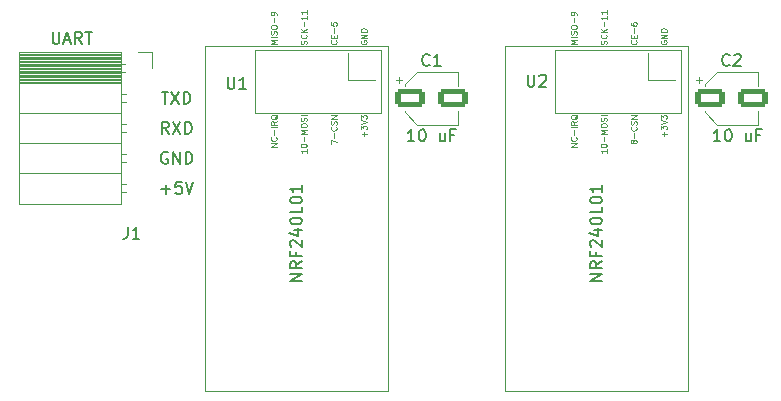
<source format=gbr>
%TF.GenerationSoftware,KiCad,Pcbnew,6.0.8-f2edbf62ab~116~ubuntu20.04.1*%
%TF.CreationDate,2022-11-10T01:37:22-08:00*%
%TF.ProjectId,parthiv_pcb,70617274-6869-4765-9f70-63622e6b6963,rev?*%
%TF.SameCoordinates,Original*%
%TF.FileFunction,Legend,Top*%
%TF.FilePolarity,Positive*%
%FSLAX46Y46*%
G04 Gerber Fmt 4.6, Leading zero omitted, Abs format (unit mm)*
G04 Created by KiCad (PCBNEW 6.0.8-f2edbf62ab~116~ubuntu20.04.1) date 2022-11-10 01:37:22*
%MOMM*%
%LPD*%
G01*
G04 APERTURE LIST*
G04 Aperture macros list*
%AMRoundRect*
0 Rectangle with rounded corners*
0 $1 Rounding radius*
0 $2 $3 $4 $5 $6 $7 $8 $9 X,Y pos of 4 corners*
0 Add a 4 corners polygon primitive as box body*
4,1,4,$2,$3,$4,$5,$6,$7,$8,$9,$2,$3,0*
0 Add four circle primitives for the rounded corners*
1,1,$1+$1,$2,$3*
1,1,$1+$1,$4,$5*
1,1,$1+$1,$6,$7*
1,1,$1+$1,$8,$9*
0 Add four rect primitives between the rounded corners*
20,1,$1+$1,$2,$3,$4,$5,0*
20,1,$1+$1,$4,$5,$6,$7,0*
20,1,$1+$1,$6,$7,$8,$9,0*
20,1,$1+$1,$8,$9,$2,$3,0*%
G04 Aperture macros list end*
%ADD10C,0.150000*%
%ADD11C,0.080000*%
%ADD12C,0.120000*%
%ADD13R,1.700000X1.700000*%
%ADD14C,1.700000*%
%ADD15RoundRect,0.250000X-1.050000X-0.550000X1.050000X-0.550000X1.050000X0.550000X-1.050000X0.550000X0*%
%ADD16O,1.700000X1.700000*%
G04 APERTURE END LIST*
D10*
X140152380Y-94170000D02*
X139152380Y-94170000D01*
X140152380Y-93598571D01*
X139152380Y-93598571D01*
X140152380Y-92550952D02*
X139676190Y-92884285D01*
X140152380Y-93122380D02*
X139152380Y-93122380D01*
X139152380Y-92741428D01*
X139200000Y-92646190D01*
X139247619Y-92598571D01*
X139342857Y-92550952D01*
X139485714Y-92550952D01*
X139580952Y-92598571D01*
X139628571Y-92646190D01*
X139676190Y-92741428D01*
X139676190Y-93122380D01*
X139628571Y-91789047D02*
X139628571Y-92122380D01*
X140152380Y-92122380D02*
X139152380Y-92122380D01*
X139152380Y-91646190D01*
X139247619Y-91312857D02*
X139200000Y-91265238D01*
X139152380Y-91170000D01*
X139152380Y-90931904D01*
X139200000Y-90836666D01*
X139247619Y-90789047D01*
X139342857Y-90741428D01*
X139438095Y-90741428D01*
X139580952Y-90789047D01*
X140152380Y-91360476D01*
X140152380Y-90741428D01*
X139485714Y-89884285D02*
X140152380Y-89884285D01*
X139104761Y-90122380D02*
X139819047Y-90360476D01*
X139819047Y-89741428D01*
X139152380Y-89170000D02*
X139152380Y-89074761D01*
X139200000Y-88979523D01*
X139247619Y-88931904D01*
X139342857Y-88884285D01*
X139533333Y-88836666D01*
X139771428Y-88836666D01*
X139961904Y-88884285D01*
X140057142Y-88931904D01*
X140104761Y-88979523D01*
X140152380Y-89074761D01*
X140152380Y-89170000D01*
X140104761Y-89265238D01*
X140057142Y-89312857D01*
X139961904Y-89360476D01*
X139771428Y-89408095D01*
X139533333Y-89408095D01*
X139342857Y-89360476D01*
X139247619Y-89312857D01*
X139200000Y-89265238D01*
X139152380Y-89170000D01*
X140152380Y-87931904D02*
X140152380Y-88408095D01*
X139152380Y-88408095D01*
X139152380Y-87408095D02*
X139152380Y-87312857D01*
X139200000Y-87217619D01*
X139247619Y-87170000D01*
X139342857Y-87122380D01*
X139533333Y-87074761D01*
X139771428Y-87074761D01*
X139961904Y-87122380D01*
X140057142Y-87170000D01*
X140104761Y-87217619D01*
X140152380Y-87312857D01*
X140152380Y-87408095D01*
X140104761Y-87503333D01*
X140057142Y-87550952D01*
X139961904Y-87598571D01*
X139771428Y-87646190D01*
X139533333Y-87646190D01*
X139342857Y-87598571D01*
X139247619Y-87550952D01*
X139200000Y-87503333D01*
X139152380Y-87408095D01*
X140152380Y-86122380D02*
X140152380Y-86693809D01*
X140152380Y-86408095D02*
X139152380Y-86408095D01*
X139295238Y-86503333D01*
X139390476Y-86598571D01*
X139438095Y-86693809D01*
X114752380Y-94170000D02*
X113752380Y-94170000D01*
X114752380Y-93598571D01*
X113752380Y-93598571D01*
X114752380Y-92550952D02*
X114276190Y-92884285D01*
X114752380Y-93122380D02*
X113752380Y-93122380D01*
X113752380Y-92741428D01*
X113800000Y-92646190D01*
X113847619Y-92598571D01*
X113942857Y-92550952D01*
X114085714Y-92550952D01*
X114180952Y-92598571D01*
X114228571Y-92646190D01*
X114276190Y-92741428D01*
X114276190Y-93122380D01*
X114228571Y-91789047D02*
X114228571Y-92122380D01*
X114752380Y-92122380D02*
X113752380Y-92122380D01*
X113752380Y-91646190D01*
X113847619Y-91312857D02*
X113800000Y-91265238D01*
X113752380Y-91170000D01*
X113752380Y-90931904D01*
X113800000Y-90836666D01*
X113847619Y-90789047D01*
X113942857Y-90741428D01*
X114038095Y-90741428D01*
X114180952Y-90789047D01*
X114752380Y-91360476D01*
X114752380Y-90741428D01*
X114085714Y-89884285D02*
X114752380Y-89884285D01*
X113704761Y-90122380D02*
X114419047Y-90360476D01*
X114419047Y-89741428D01*
X113752380Y-89170000D02*
X113752380Y-89074761D01*
X113800000Y-88979523D01*
X113847619Y-88931904D01*
X113942857Y-88884285D01*
X114133333Y-88836666D01*
X114371428Y-88836666D01*
X114561904Y-88884285D01*
X114657142Y-88931904D01*
X114704761Y-88979523D01*
X114752380Y-89074761D01*
X114752380Y-89170000D01*
X114704761Y-89265238D01*
X114657142Y-89312857D01*
X114561904Y-89360476D01*
X114371428Y-89408095D01*
X114133333Y-89408095D01*
X113942857Y-89360476D01*
X113847619Y-89312857D01*
X113800000Y-89265238D01*
X113752380Y-89170000D01*
X114752380Y-87931904D02*
X114752380Y-88408095D01*
X113752380Y-88408095D01*
X113752380Y-87408095D02*
X113752380Y-87312857D01*
X113800000Y-87217619D01*
X113847619Y-87170000D01*
X113942857Y-87122380D01*
X114133333Y-87074761D01*
X114371428Y-87074761D01*
X114561904Y-87122380D01*
X114657142Y-87170000D01*
X114704761Y-87217619D01*
X114752380Y-87312857D01*
X114752380Y-87408095D01*
X114704761Y-87503333D01*
X114657142Y-87550952D01*
X114561904Y-87598571D01*
X114371428Y-87646190D01*
X114133333Y-87646190D01*
X113942857Y-87598571D01*
X113847619Y-87550952D01*
X113800000Y-87503333D01*
X113752380Y-87408095D01*
X114752380Y-86122380D02*
X114752380Y-86693809D01*
X114752380Y-86408095D02*
X113752380Y-86408095D01*
X113895238Y-86503333D01*
X113990476Y-86598571D01*
X114038095Y-86693809D01*
X93654761Y-73112380D02*
X93654761Y-73921904D01*
X93702380Y-74017142D01*
X93750000Y-74064761D01*
X93845238Y-74112380D01*
X94035714Y-74112380D01*
X94130952Y-74064761D01*
X94178571Y-74017142D01*
X94226190Y-73921904D01*
X94226190Y-73112380D01*
X94654761Y-73826666D02*
X95130952Y-73826666D01*
X94559523Y-74112380D02*
X94892857Y-73112380D01*
X95226190Y-74112380D01*
X96130952Y-74112380D02*
X95797619Y-73636190D01*
X95559523Y-74112380D02*
X95559523Y-73112380D01*
X95940476Y-73112380D01*
X96035714Y-73160000D01*
X96083333Y-73207619D01*
X96130952Y-73302857D01*
X96130952Y-73445714D01*
X96083333Y-73540952D01*
X96035714Y-73588571D01*
X95940476Y-73636190D01*
X95559523Y-73636190D01*
X96416666Y-73112380D02*
X96988095Y-73112380D01*
X96702380Y-74112380D02*
X96702380Y-73112380D01*
X150185619Y-82367380D02*
X149614190Y-82367380D01*
X149899904Y-82367380D02*
X149899904Y-81367380D01*
X149804666Y-81510238D01*
X149709428Y-81605476D01*
X149614190Y-81653095D01*
X150804666Y-81367380D02*
X150899904Y-81367380D01*
X150995142Y-81415000D01*
X151042761Y-81462619D01*
X151090380Y-81557857D01*
X151138000Y-81748333D01*
X151138000Y-81986428D01*
X151090380Y-82176904D01*
X151042761Y-82272142D01*
X150995142Y-82319761D01*
X150899904Y-82367380D01*
X150804666Y-82367380D01*
X150709428Y-82319761D01*
X150661809Y-82272142D01*
X150614190Y-82176904D01*
X150566571Y-81986428D01*
X150566571Y-81748333D01*
X150614190Y-81557857D01*
X150661809Y-81462619D01*
X150709428Y-81415000D01*
X150804666Y-81367380D01*
X152757047Y-81700714D02*
X152757047Y-82367380D01*
X152328476Y-81700714D02*
X152328476Y-82224523D01*
X152376095Y-82319761D01*
X152471333Y-82367380D01*
X152614190Y-82367380D01*
X152709428Y-82319761D01*
X152757047Y-82272142D01*
X153566571Y-81843571D02*
X153233238Y-81843571D01*
X153233238Y-82367380D02*
X153233238Y-81367380D01*
X153709428Y-81367380D01*
X124277619Y-82367380D02*
X123706190Y-82367380D01*
X123991904Y-82367380D02*
X123991904Y-81367380D01*
X123896666Y-81510238D01*
X123801428Y-81605476D01*
X123706190Y-81653095D01*
X124896666Y-81367380D02*
X124991904Y-81367380D01*
X125087142Y-81415000D01*
X125134761Y-81462619D01*
X125182380Y-81557857D01*
X125230000Y-81748333D01*
X125230000Y-81986428D01*
X125182380Y-82176904D01*
X125134761Y-82272142D01*
X125087142Y-82319761D01*
X124991904Y-82367380D01*
X124896666Y-82367380D01*
X124801428Y-82319761D01*
X124753809Y-82272142D01*
X124706190Y-82176904D01*
X124658571Y-81986428D01*
X124658571Y-81748333D01*
X124706190Y-81557857D01*
X124753809Y-81462619D01*
X124801428Y-81415000D01*
X124896666Y-81367380D01*
X126849047Y-81700714D02*
X126849047Y-82367380D01*
X126420476Y-81700714D02*
X126420476Y-82224523D01*
X126468095Y-82319761D01*
X126563333Y-82367380D01*
X126706190Y-82367380D01*
X126801428Y-82319761D01*
X126849047Y-82272142D01*
X127658571Y-81843571D02*
X127325238Y-81843571D01*
X127325238Y-82367380D02*
X127325238Y-81367380D01*
X127801428Y-81367380D01*
D11*
X140561190Y-83062000D02*
X140561190Y-83347714D01*
X140561190Y-83204857D02*
X140061190Y-83204857D01*
X140132619Y-83252476D01*
X140180238Y-83300095D01*
X140204047Y-83347714D01*
X140061190Y-82752476D02*
X140061190Y-82704857D01*
X140085000Y-82657238D01*
X140108809Y-82633428D01*
X140156428Y-82609619D01*
X140251666Y-82585809D01*
X140370714Y-82585809D01*
X140465952Y-82609619D01*
X140513571Y-82633428D01*
X140537380Y-82657238D01*
X140561190Y-82704857D01*
X140561190Y-82752476D01*
X140537380Y-82800095D01*
X140513571Y-82823904D01*
X140465952Y-82847714D01*
X140370714Y-82871523D01*
X140251666Y-82871523D01*
X140156428Y-82847714D01*
X140108809Y-82823904D01*
X140085000Y-82800095D01*
X140061190Y-82752476D01*
X140370714Y-82371523D02*
X140370714Y-81990571D01*
X140561190Y-81752476D02*
X140061190Y-81752476D01*
X140418333Y-81585809D01*
X140061190Y-81419142D01*
X140561190Y-81419142D01*
X140061190Y-81085809D02*
X140061190Y-80990571D01*
X140085000Y-80942952D01*
X140132619Y-80895333D01*
X140227857Y-80871523D01*
X140394523Y-80871523D01*
X140489761Y-80895333D01*
X140537380Y-80942952D01*
X140561190Y-80990571D01*
X140561190Y-81085809D01*
X140537380Y-81133428D01*
X140489761Y-81181047D01*
X140394523Y-81204857D01*
X140227857Y-81204857D01*
X140132619Y-81181047D01*
X140085000Y-81133428D01*
X140061190Y-81085809D01*
X140537380Y-80681047D02*
X140561190Y-80609619D01*
X140561190Y-80490571D01*
X140537380Y-80442952D01*
X140513571Y-80419142D01*
X140465952Y-80395333D01*
X140418333Y-80395333D01*
X140370714Y-80419142D01*
X140346904Y-80442952D01*
X140323095Y-80490571D01*
X140299285Y-80585809D01*
X140275476Y-80633428D01*
X140251666Y-80657238D01*
X140204047Y-80681047D01*
X140156428Y-80681047D01*
X140108809Y-80657238D01*
X140085000Y-80633428D01*
X140061190Y-80585809D01*
X140061190Y-80466761D01*
X140085000Y-80395333D01*
X140561190Y-80181047D02*
X140061190Y-80181047D01*
X138021190Y-74128952D02*
X137521190Y-74128952D01*
X137878333Y-73962285D01*
X137521190Y-73795619D01*
X138021190Y-73795619D01*
X138021190Y-73557523D02*
X137521190Y-73557523D01*
X137997380Y-73343238D02*
X138021190Y-73271809D01*
X138021190Y-73152761D01*
X137997380Y-73105142D01*
X137973571Y-73081333D01*
X137925952Y-73057523D01*
X137878333Y-73057523D01*
X137830714Y-73081333D01*
X137806904Y-73105142D01*
X137783095Y-73152761D01*
X137759285Y-73248000D01*
X137735476Y-73295619D01*
X137711666Y-73319428D01*
X137664047Y-73343238D01*
X137616428Y-73343238D01*
X137568809Y-73319428D01*
X137545000Y-73295619D01*
X137521190Y-73248000D01*
X137521190Y-73128952D01*
X137545000Y-73057523D01*
X137521190Y-72748000D02*
X137521190Y-72652761D01*
X137545000Y-72605142D01*
X137592619Y-72557523D01*
X137687857Y-72533714D01*
X137854523Y-72533714D01*
X137949761Y-72557523D01*
X137997380Y-72605142D01*
X138021190Y-72652761D01*
X138021190Y-72748000D01*
X137997380Y-72795619D01*
X137949761Y-72843238D01*
X137854523Y-72867047D01*
X137687857Y-72867047D01*
X137592619Y-72843238D01*
X137545000Y-72795619D01*
X137521190Y-72748000D01*
X137830714Y-72319428D02*
X137830714Y-71938476D01*
X138021190Y-71676571D02*
X138021190Y-71581333D01*
X137997380Y-71533714D01*
X137973571Y-71509904D01*
X137902142Y-71462285D01*
X137806904Y-71438476D01*
X137616428Y-71438476D01*
X137568809Y-71462285D01*
X137545000Y-71486095D01*
X137521190Y-71533714D01*
X137521190Y-71628952D01*
X137545000Y-71676571D01*
X137568809Y-71700380D01*
X137616428Y-71724190D01*
X137735476Y-71724190D01*
X137783095Y-71700380D01*
X137806904Y-71676571D01*
X137830714Y-71628952D01*
X137830714Y-71533714D01*
X137806904Y-71486095D01*
X137783095Y-71462285D01*
X137735476Y-71438476D01*
X145165000Y-73862047D02*
X145141190Y-73909666D01*
X145141190Y-73981095D01*
X145165000Y-74052523D01*
X145212619Y-74100142D01*
X145260238Y-74123952D01*
X145355476Y-74147761D01*
X145426904Y-74147761D01*
X145522142Y-74123952D01*
X145569761Y-74100142D01*
X145617380Y-74052523D01*
X145641190Y-73981095D01*
X145641190Y-73933476D01*
X145617380Y-73862047D01*
X145593571Y-73838238D01*
X145426904Y-73838238D01*
X145426904Y-73933476D01*
X145641190Y-73623952D02*
X145141190Y-73623952D01*
X145641190Y-73338238D01*
X145141190Y-73338238D01*
X145641190Y-73100142D02*
X145141190Y-73100142D01*
X145141190Y-72981095D01*
X145165000Y-72909666D01*
X145212619Y-72862047D01*
X145260238Y-72838238D01*
X145355476Y-72814428D01*
X145426904Y-72814428D01*
X145522142Y-72838238D01*
X145569761Y-72862047D01*
X145617380Y-72909666D01*
X145641190Y-72981095D01*
X145641190Y-73100142D01*
X138021190Y-82847714D02*
X137521190Y-82847714D01*
X138021190Y-82562000D01*
X137521190Y-82562000D01*
X137973571Y-82038190D02*
X137997380Y-82062000D01*
X138021190Y-82133428D01*
X138021190Y-82181047D01*
X137997380Y-82252476D01*
X137949761Y-82300095D01*
X137902142Y-82323904D01*
X137806904Y-82347714D01*
X137735476Y-82347714D01*
X137640238Y-82323904D01*
X137592619Y-82300095D01*
X137545000Y-82252476D01*
X137521190Y-82181047D01*
X137521190Y-82133428D01*
X137545000Y-82062000D01*
X137568809Y-82038190D01*
X137830714Y-81823904D02*
X137830714Y-81442952D01*
X138021190Y-81204857D02*
X137521190Y-81204857D01*
X138021190Y-80681047D02*
X137783095Y-80847714D01*
X138021190Y-80966761D02*
X137521190Y-80966761D01*
X137521190Y-80776285D01*
X137545000Y-80728666D01*
X137568809Y-80704857D01*
X137616428Y-80681047D01*
X137687857Y-80681047D01*
X137735476Y-80704857D01*
X137759285Y-80728666D01*
X137783095Y-80776285D01*
X137783095Y-80966761D01*
X138068809Y-80133428D02*
X138045000Y-80181047D01*
X137997380Y-80228666D01*
X137925952Y-80300095D01*
X137902142Y-80347714D01*
X137902142Y-80395333D01*
X138021190Y-80371523D02*
X137997380Y-80419142D01*
X137949761Y-80466761D01*
X137854523Y-80490571D01*
X137687857Y-80490571D01*
X137592619Y-80466761D01*
X137545000Y-80419142D01*
X137521190Y-80371523D01*
X137521190Y-80276285D01*
X137545000Y-80228666D01*
X137592619Y-80181047D01*
X137687857Y-80157238D01*
X137854523Y-80157238D01*
X137949761Y-80181047D01*
X137997380Y-80228666D01*
X138021190Y-80276285D01*
X138021190Y-80371523D01*
X145450714Y-81942952D02*
X145450714Y-81562000D01*
X145641190Y-81752476D02*
X145260238Y-81752476D01*
X145141190Y-81371523D02*
X145141190Y-81062000D01*
X145331666Y-81228666D01*
X145331666Y-81157238D01*
X145355476Y-81109619D01*
X145379285Y-81085809D01*
X145426904Y-81062000D01*
X145545952Y-81062000D01*
X145593571Y-81085809D01*
X145617380Y-81109619D01*
X145641190Y-81157238D01*
X145641190Y-81300095D01*
X145617380Y-81347714D01*
X145593571Y-81371523D01*
X145141190Y-80919142D02*
X145641190Y-80752476D01*
X145141190Y-80585809D01*
X145141190Y-80466761D02*
X145141190Y-80157238D01*
X145331666Y-80323904D01*
X145331666Y-80252476D01*
X145355476Y-80204857D01*
X145379285Y-80181047D01*
X145426904Y-80157238D01*
X145545952Y-80157238D01*
X145593571Y-80181047D01*
X145617380Y-80204857D01*
X145641190Y-80252476D01*
X145641190Y-80395333D01*
X145617380Y-80442952D01*
X145593571Y-80466761D01*
X143053571Y-73838238D02*
X143077380Y-73862047D01*
X143101190Y-73933476D01*
X143101190Y-73981095D01*
X143077380Y-74052523D01*
X143029761Y-74100142D01*
X142982142Y-74123952D01*
X142886904Y-74147761D01*
X142815476Y-74147761D01*
X142720238Y-74123952D01*
X142672619Y-74100142D01*
X142625000Y-74052523D01*
X142601190Y-73981095D01*
X142601190Y-73933476D01*
X142625000Y-73862047D01*
X142648809Y-73838238D01*
X142839285Y-73623952D02*
X142839285Y-73457285D01*
X143101190Y-73385857D02*
X143101190Y-73623952D01*
X142601190Y-73623952D01*
X142601190Y-73385857D01*
X142910714Y-73171571D02*
X142910714Y-72790619D01*
X142601190Y-72338238D02*
X142601190Y-72433476D01*
X142625000Y-72481095D01*
X142648809Y-72504904D01*
X142720238Y-72552523D01*
X142815476Y-72576333D01*
X143005952Y-72576333D01*
X143053571Y-72552523D01*
X143077380Y-72528714D01*
X143101190Y-72481095D01*
X143101190Y-72385857D01*
X143077380Y-72338238D01*
X143053571Y-72314428D01*
X143005952Y-72290619D01*
X142886904Y-72290619D01*
X142839285Y-72314428D01*
X142815476Y-72338238D01*
X142791666Y-72385857D01*
X142791666Y-72481095D01*
X142815476Y-72528714D01*
X142839285Y-72552523D01*
X142886904Y-72576333D01*
X142815476Y-82466761D02*
X142791666Y-82514380D01*
X142767857Y-82538190D01*
X142720238Y-82562000D01*
X142696428Y-82562000D01*
X142648809Y-82538190D01*
X142625000Y-82514380D01*
X142601190Y-82466761D01*
X142601190Y-82371523D01*
X142625000Y-82323904D01*
X142648809Y-82300095D01*
X142696428Y-82276285D01*
X142720238Y-82276285D01*
X142767857Y-82300095D01*
X142791666Y-82323904D01*
X142815476Y-82371523D01*
X142815476Y-82466761D01*
X142839285Y-82514380D01*
X142863095Y-82538190D01*
X142910714Y-82562000D01*
X143005952Y-82562000D01*
X143053571Y-82538190D01*
X143077380Y-82514380D01*
X143101190Y-82466761D01*
X143101190Y-82371523D01*
X143077380Y-82323904D01*
X143053571Y-82300095D01*
X143005952Y-82276285D01*
X142910714Y-82276285D01*
X142863095Y-82300095D01*
X142839285Y-82323904D01*
X142815476Y-82371523D01*
X142910714Y-82062000D02*
X142910714Y-81681047D01*
X143053571Y-81157238D02*
X143077380Y-81181047D01*
X143101190Y-81252476D01*
X143101190Y-81300095D01*
X143077380Y-81371523D01*
X143029761Y-81419142D01*
X142982142Y-81442952D01*
X142886904Y-81466761D01*
X142815476Y-81466761D01*
X142720238Y-81442952D01*
X142672619Y-81419142D01*
X142625000Y-81371523D01*
X142601190Y-81300095D01*
X142601190Y-81252476D01*
X142625000Y-81181047D01*
X142648809Y-81157238D01*
X143077380Y-80966761D02*
X143101190Y-80895333D01*
X143101190Y-80776285D01*
X143077380Y-80728666D01*
X143053571Y-80704857D01*
X143005952Y-80681047D01*
X142958333Y-80681047D01*
X142910714Y-80704857D01*
X142886904Y-80728666D01*
X142863095Y-80776285D01*
X142839285Y-80871523D01*
X142815476Y-80919142D01*
X142791666Y-80942952D01*
X142744047Y-80966761D01*
X142696428Y-80966761D01*
X142648809Y-80942952D01*
X142625000Y-80919142D01*
X142601190Y-80871523D01*
X142601190Y-80752476D01*
X142625000Y-80681047D01*
X143101190Y-80466761D02*
X142601190Y-80466761D01*
X143101190Y-80181047D01*
X142601190Y-80181047D01*
X140537380Y-74147761D02*
X140561190Y-74076333D01*
X140561190Y-73957285D01*
X140537380Y-73909666D01*
X140513571Y-73885857D01*
X140465952Y-73862047D01*
X140418333Y-73862047D01*
X140370714Y-73885857D01*
X140346904Y-73909666D01*
X140323095Y-73957285D01*
X140299285Y-74052523D01*
X140275476Y-74100142D01*
X140251666Y-74123952D01*
X140204047Y-74147761D01*
X140156428Y-74147761D01*
X140108809Y-74123952D01*
X140085000Y-74100142D01*
X140061190Y-74052523D01*
X140061190Y-73933476D01*
X140085000Y-73862047D01*
X140513571Y-73362047D02*
X140537380Y-73385857D01*
X140561190Y-73457285D01*
X140561190Y-73504904D01*
X140537380Y-73576333D01*
X140489761Y-73623952D01*
X140442142Y-73647761D01*
X140346904Y-73671571D01*
X140275476Y-73671571D01*
X140180238Y-73647761D01*
X140132619Y-73623952D01*
X140085000Y-73576333D01*
X140061190Y-73504904D01*
X140061190Y-73457285D01*
X140085000Y-73385857D01*
X140108809Y-73362047D01*
X140561190Y-73147761D02*
X140061190Y-73147761D01*
X140561190Y-72862047D02*
X140275476Y-73076333D01*
X140061190Y-72862047D02*
X140346904Y-73147761D01*
X140370714Y-72647761D02*
X140370714Y-72266809D01*
X140561190Y-71766809D02*
X140561190Y-72052523D01*
X140561190Y-71909666D02*
X140061190Y-71909666D01*
X140132619Y-71957285D01*
X140180238Y-72004904D01*
X140204047Y-72052523D01*
X140561190Y-71290619D02*
X140561190Y-71576333D01*
X140561190Y-71433476D02*
X140061190Y-71433476D01*
X140132619Y-71481095D01*
X140180238Y-71528714D01*
X140204047Y-71576333D01*
X112621190Y-82847714D02*
X112121190Y-82847714D01*
X112621190Y-82562000D01*
X112121190Y-82562000D01*
X112573571Y-82038190D02*
X112597380Y-82062000D01*
X112621190Y-82133428D01*
X112621190Y-82181047D01*
X112597380Y-82252476D01*
X112549761Y-82300095D01*
X112502142Y-82323904D01*
X112406904Y-82347714D01*
X112335476Y-82347714D01*
X112240238Y-82323904D01*
X112192619Y-82300095D01*
X112145000Y-82252476D01*
X112121190Y-82181047D01*
X112121190Y-82133428D01*
X112145000Y-82062000D01*
X112168809Y-82038190D01*
X112430714Y-81823904D02*
X112430714Y-81442952D01*
X112621190Y-81204857D02*
X112121190Y-81204857D01*
X112621190Y-80681047D02*
X112383095Y-80847714D01*
X112621190Y-80966761D02*
X112121190Y-80966761D01*
X112121190Y-80776285D01*
X112145000Y-80728666D01*
X112168809Y-80704857D01*
X112216428Y-80681047D01*
X112287857Y-80681047D01*
X112335476Y-80704857D01*
X112359285Y-80728666D01*
X112383095Y-80776285D01*
X112383095Y-80966761D01*
X112668809Y-80133428D02*
X112645000Y-80181047D01*
X112597380Y-80228666D01*
X112525952Y-80300095D01*
X112502142Y-80347714D01*
X112502142Y-80395333D01*
X112621190Y-80371523D02*
X112597380Y-80419142D01*
X112549761Y-80466761D01*
X112454523Y-80490571D01*
X112287857Y-80490571D01*
X112192619Y-80466761D01*
X112145000Y-80419142D01*
X112121190Y-80371523D01*
X112121190Y-80276285D01*
X112145000Y-80228666D01*
X112192619Y-80181047D01*
X112287857Y-80157238D01*
X112454523Y-80157238D01*
X112549761Y-80181047D01*
X112597380Y-80228666D01*
X112621190Y-80276285D01*
X112621190Y-80371523D01*
X115161190Y-83062000D02*
X115161190Y-83347714D01*
X115161190Y-83204857D02*
X114661190Y-83204857D01*
X114732619Y-83252476D01*
X114780238Y-83300095D01*
X114804047Y-83347714D01*
X114661190Y-82752476D02*
X114661190Y-82704857D01*
X114685000Y-82657238D01*
X114708809Y-82633428D01*
X114756428Y-82609619D01*
X114851666Y-82585809D01*
X114970714Y-82585809D01*
X115065952Y-82609619D01*
X115113571Y-82633428D01*
X115137380Y-82657238D01*
X115161190Y-82704857D01*
X115161190Y-82752476D01*
X115137380Y-82800095D01*
X115113571Y-82823904D01*
X115065952Y-82847714D01*
X114970714Y-82871523D01*
X114851666Y-82871523D01*
X114756428Y-82847714D01*
X114708809Y-82823904D01*
X114685000Y-82800095D01*
X114661190Y-82752476D01*
X114970714Y-82371523D02*
X114970714Y-81990571D01*
X115161190Y-81752476D02*
X114661190Y-81752476D01*
X115018333Y-81585809D01*
X114661190Y-81419142D01*
X115161190Y-81419142D01*
X114661190Y-81085809D02*
X114661190Y-80990571D01*
X114685000Y-80942952D01*
X114732619Y-80895333D01*
X114827857Y-80871523D01*
X114994523Y-80871523D01*
X115089761Y-80895333D01*
X115137380Y-80942952D01*
X115161190Y-80990571D01*
X115161190Y-81085809D01*
X115137380Y-81133428D01*
X115089761Y-81181047D01*
X114994523Y-81204857D01*
X114827857Y-81204857D01*
X114732619Y-81181047D01*
X114685000Y-81133428D01*
X114661190Y-81085809D01*
X115137380Y-80681047D02*
X115161190Y-80609619D01*
X115161190Y-80490571D01*
X115137380Y-80442952D01*
X115113571Y-80419142D01*
X115065952Y-80395333D01*
X115018333Y-80395333D01*
X114970714Y-80419142D01*
X114946904Y-80442952D01*
X114923095Y-80490571D01*
X114899285Y-80585809D01*
X114875476Y-80633428D01*
X114851666Y-80657238D01*
X114804047Y-80681047D01*
X114756428Y-80681047D01*
X114708809Y-80657238D01*
X114685000Y-80633428D01*
X114661190Y-80585809D01*
X114661190Y-80466761D01*
X114685000Y-80395333D01*
X115161190Y-80181047D02*
X114661190Y-80181047D01*
X117201190Y-82585809D02*
X117201190Y-82252476D01*
X117701190Y-82466761D01*
X117510714Y-82062000D02*
X117510714Y-81681047D01*
X117653571Y-81157238D02*
X117677380Y-81181047D01*
X117701190Y-81252476D01*
X117701190Y-81300095D01*
X117677380Y-81371523D01*
X117629761Y-81419142D01*
X117582142Y-81442952D01*
X117486904Y-81466761D01*
X117415476Y-81466761D01*
X117320238Y-81442952D01*
X117272619Y-81419142D01*
X117225000Y-81371523D01*
X117201190Y-81300095D01*
X117201190Y-81252476D01*
X117225000Y-81181047D01*
X117248809Y-81157238D01*
X117677380Y-80966761D02*
X117701190Y-80895333D01*
X117701190Y-80776285D01*
X117677380Y-80728666D01*
X117653571Y-80704857D01*
X117605952Y-80681047D01*
X117558333Y-80681047D01*
X117510714Y-80704857D01*
X117486904Y-80728666D01*
X117463095Y-80776285D01*
X117439285Y-80871523D01*
X117415476Y-80919142D01*
X117391666Y-80942952D01*
X117344047Y-80966761D01*
X117296428Y-80966761D01*
X117248809Y-80942952D01*
X117225000Y-80919142D01*
X117201190Y-80871523D01*
X117201190Y-80752476D01*
X117225000Y-80681047D01*
X117701190Y-80466761D02*
X117201190Y-80466761D01*
X117701190Y-80181047D01*
X117201190Y-80181047D01*
X120050714Y-81942952D02*
X120050714Y-81562000D01*
X120241190Y-81752476D02*
X119860238Y-81752476D01*
X119741190Y-81371523D02*
X119741190Y-81062000D01*
X119931666Y-81228666D01*
X119931666Y-81157238D01*
X119955476Y-81109619D01*
X119979285Y-81085809D01*
X120026904Y-81062000D01*
X120145952Y-81062000D01*
X120193571Y-81085809D01*
X120217380Y-81109619D01*
X120241190Y-81157238D01*
X120241190Y-81300095D01*
X120217380Y-81347714D01*
X120193571Y-81371523D01*
X119741190Y-80919142D02*
X120241190Y-80752476D01*
X119741190Y-80585809D01*
X119741190Y-80466761D02*
X119741190Y-80157238D01*
X119931666Y-80323904D01*
X119931666Y-80252476D01*
X119955476Y-80204857D01*
X119979285Y-80181047D01*
X120026904Y-80157238D01*
X120145952Y-80157238D01*
X120193571Y-80181047D01*
X120217380Y-80204857D01*
X120241190Y-80252476D01*
X120241190Y-80395333D01*
X120217380Y-80442952D01*
X120193571Y-80466761D01*
X112621190Y-74128952D02*
X112121190Y-74128952D01*
X112478333Y-73962285D01*
X112121190Y-73795619D01*
X112621190Y-73795619D01*
X112621190Y-73557523D02*
X112121190Y-73557523D01*
X112597380Y-73343238D02*
X112621190Y-73271809D01*
X112621190Y-73152761D01*
X112597380Y-73105142D01*
X112573571Y-73081333D01*
X112525952Y-73057523D01*
X112478333Y-73057523D01*
X112430714Y-73081333D01*
X112406904Y-73105142D01*
X112383095Y-73152761D01*
X112359285Y-73248000D01*
X112335476Y-73295619D01*
X112311666Y-73319428D01*
X112264047Y-73343238D01*
X112216428Y-73343238D01*
X112168809Y-73319428D01*
X112145000Y-73295619D01*
X112121190Y-73248000D01*
X112121190Y-73128952D01*
X112145000Y-73057523D01*
X112121190Y-72748000D02*
X112121190Y-72652761D01*
X112145000Y-72605142D01*
X112192619Y-72557523D01*
X112287857Y-72533714D01*
X112454523Y-72533714D01*
X112549761Y-72557523D01*
X112597380Y-72605142D01*
X112621190Y-72652761D01*
X112621190Y-72748000D01*
X112597380Y-72795619D01*
X112549761Y-72843238D01*
X112454523Y-72867047D01*
X112287857Y-72867047D01*
X112192619Y-72843238D01*
X112145000Y-72795619D01*
X112121190Y-72748000D01*
X112430714Y-72319428D02*
X112430714Y-71938476D01*
X112621190Y-71676571D02*
X112621190Y-71581333D01*
X112597380Y-71533714D01*
X112573571Y-71509904D01*
X112502142Y-71462285D01*
X112406904Y-71438476D01*
X112216428Y-71438476D01*
X112168809Y-71462285D01*
X112145000Y-71486095D01*
X112121190Y-71533714D01*
X112121190Y-71628952D01*
X112145000Y-71676571D01*
X112168809Y-71700380D01*
X112216428Y-71724190D01*
X112335476Y-71724190D01*
X112383095Y-71700380D01*
X112406904Y-71676571D01*
X112430714Y-71628952D01*
X112430714Y-71533714D01*
X112406904Y-71486095D01*
X112383095Y-71462285D01*
X112335476Y-71438476D01*
X115137380Y-74147761D02*
X115161190Y-74076333D01*
X115161190Y-73957285D01*
X115137380Y-73909666D01*
X115113571Y-73885857D01*
X115065952Y-73862047D01*
X115018333Y-73862047D01*
X114970714Y-73885857D01*
X114946904Y-73909666D01*
X114923095Y-73957285D01*
X114899285Y-74052523D01*
X114875476Y-74100142D01*
X114851666Y-74123952D01*
X114804047Y-74147761D01*
X114756428Y-74147761D01*
X114708809Y-74123952D01*
X114685000Y-74100142D01*
X114661190Y-74052523D01*
X114661190Y-73933476D01*
X114685000Y-73862047D01*
X115113571Y-73362047D02*
X115137380Y-73385857D01*
X115161190Y-73457285D01*
X115161190Y-73504904D01*
X115137380Y-73576333D01*
X115089761Y-73623952D01*
X115042142Y-73647761D01*
X114946904Y-73671571D01*
X114875476Y-73671571D01*
X114780238Y-73647761D01*
X114732619Y-73623952D01*
X114685000Y-73576333D01*
X114661190Y-73504904D01*
X114661190Y-73457285D01*
X114685000Y-73385857D01*
X114708809Y-73362047D01*
X115161190Y-73147761D02*
X114661190Y-73147761D01*
X115161190Y-72862047D02*
X114875476Y-73076333D01*
X114661190Y-72862047D02*
X114946904Y-73147761D01*
X114970714Y-72647761D02*
X114970714Y-72266809D01*
X115161190Y-71766809D02*
X115161190Y-72052523D01*
X115161190Y-71909666D02*
X114661190Y-71909666D01*
X114732619Y-71957285D01*
X114780238Y-72004904D01*
X114804047Y-72052523D01*
X115161190Y-71290619D02*
X115161190Y-71576333D01*
X115161190Y-71433476D02*
X114661190Y-71433476D01*
X114732619Y-71481095D01*
X114780238Y-71528714D01*
X114804047Y-71576333D01*
X117653571Y-73838238D02*
X117677380Y-73862047D01*
X117701190Y-73933476D01*
X117701190Y-73981095D01*
X117677380Y-74052523D01*
X117629761Y-74100142D01*
X117582142Y-74123952D01*
X117486904Y-74147761D01*
X117415476Y-74147761D01*
X117320238Y-74123952D01*
X117272619Y-74100142D01*
X117225000Y-74052523D01*
X117201190Y-73981095D01*
X117201190Y-73933476D01*
X117225000Y-73862047D01*
X117248809Y-73838238D01*
X117439285Y-73623952D02*
X117439285Y-73457285D01*
X117701190Y-73385857D02*
X117701190Y-73623952D01*
X117201190Y-73623952D01*
X117201190Y-73385857D01*
X117510714Y-73171571D02*
X117510714Y-72790619D01*
X117201190Y-72314428D02*
X117201190Y-72552523D01*
X117439285Y-72576333D01*
X117415476Y-72552523D01*
X117391666Y-72504904D01*
X117391666Y-72385857D01*
X117415476Y-72338238D01*
X117439285Y-72314428D01*
X117486904Y-72290619D01*
X117605952Y-72290619D01*
X117653571Y-72314428D01*
X117677380Y-72338238D01*
X117701190Y-72385857D01*
X117701190Y-72504904D01*
X117677380Y-72552523D01*
X117653571Y-72576333D01*
X119765000Y-73862047D02*
X119741190Y-73909666D01*
X119741190Y-73981095D01*
X119765000Y-74052523D01*
X119812619Y-74100142D01*
X119860238Y-74123952D01*
X119955476Y-74147761D01*
X120026904Y-74147761D01*
X120122142Y-74123952D01*
X120169761Y-74100142D01*
X120217380Y-74052523D01*
X120241190Y-73981095D01*
X120241190Y-73933476D01*
X120217380Y-73862047D01*
X120193571Y-73838238D01*
X120026904Y-73838238D01*
X120026904Y-73933476D01*
X120241190Y-73623952D02*
X119741190Y-73623952D01*
X120241190Y-73338238D01*
X119741190Y-73338238D01*
X120241190Y-73100142D02*
X119741190Y-73100142D01*
X119741190Y-72981095D01*
X119765000Y-72909666D01*
X119812619Y-72862047D01*
X119860238Y-72838238D01*
X119955476Y-72814428D01*
X120026904Y-72814428D01*
X120122142Y-72838238D01*
X120169761Y-72862047D01*
X120217380Y-72909666D01*
X120241190Y-72981095D01*
X120241190Y-73100142D01*
D10*
X102878095Y-78192380D02*
X103449523Y-78192380D01*
X103163809Y-79192380D02*
X103163809Y-78192380D01*
X103687619Y-78192380D02*
X104354285Y-79192380D01*
X104354285Y-78192380D02*
X103687619Y-79192380D01*
X104735238Y-79192380D02*
X104735238Y-78192380D01*
X104973333Y-78192380D01*
X105116190Y-78240000D01*
X105211428Y-78335238D01*
X105259047Y-78430476D01*
X105306666Y-78620952D01*
X105306666Y-78763809D01*
X105259047Y-78954285D01*
X105211428Y-79049523D01*
X105116190Y-79144761D01*
X104973333Y-79192380D01*
X104735238Y-79192380D01*
X103473333Y-81732380D02*
X103140000Y-81256190D01*
X102901904Y-81732380D02*
X102901904Y-80732380D01*
X103282857Y-80732380D01*
X103378095Y-80780000D01*
X103425714Y-80827619D01*
X103473333Y-80922857D01*
X103473333Y-81065714D01*
X103425714Y-81160952D01*
X103378095Y-81208571D01*
X103282857Y-81256190D01*
X102901904Y-81256190D01*
X103806666Y-80732380D02*
X104473333Y-81732380D01*
X104473333Y-80732380D02*
X103806666Y-81732380D01*
X104854285Y-81732380D02*
X104854285Y-80732380D01*
X105092380Y-80732380D01*
X105235238Y-80780000D01*
X105330476Y-80875238D01*
X105378095Y-80970476D01*
X105425714Y-81160952D01*
X105425714Y-81303809D01*
X105378095Y-81494285D01*
X105330476Y-81589523D01*
X105235238Y-81684761D01*
X105092380Y-81732380D01*
X104854285Y-81732380D01*
X103378095Y-83320000D02*
X103282857Y-83272380D01*
X103140000Y-83272380D01*
X102997142Y-83320000D01*
X102901904Y-83415238D01*
X102854285Y-83510476D01*
X102806666Y-83700952D01*
X102806666Y-83843809D01*
X102854285Y-84034285D01*
X102901904Y-84129523D01*
X102997142Y-84224761D01*
X103140000Y-84272380D01*
X103235238Y-84272380D01*
X103378095Y-84224761D01*
X103425714Y-84177142D01*
X103425714Y-83843809D01*
X103235238Y-83843809D01*
X103854285Y-84272380D02*
X103854285Y-83272380D01*
X104425714Y-84272380D01*
X104425714Y-83272380D01*
X104901904Y-84272380D02*
X104901904Y-83272380D01*
X105140000Y-83272380D01*
X105282857Y-83320000D01*
X105378095Y-83415238D01*
X105425714Y-83510476D01*
X105473333Y-83700952D01*
X105473333Y-83843809D01*
X105425714Y-84034285D01*
X105378095Y-84129523D01*
X105282857Y-84224761D01*
X105140000Y-84272380D01*
X104901904Y-84272380D01*
X102854285Y-86431428D02*
X103616190Y-86431428D01*
X103235238Y-86812380D02*
X103235238Y-86050476D01*
X104568571Y-85812380D02*
X104092380Y-85812380D01*
X104044761Y-86288571D01*
X104092380Y-86240952D01*
X104187619Y-86193333D01*
X104425714Y-86193333D01*
X104520952Y-86240952D01*
X104568571Y-86288571D01*
X104616190Y-86383809D01*
X104616190Y-86621904D01*
X104568571Y-86717142D01*
X104520952Y-86764761D01*
X104425714Y-86812380D01*
X104187619Y-86812380D01*
X104092380Y-86764761D01*
X104044761Y-86717142D01*
X104901904Y-85812380D02*
X105235238Y-86812380D01*
X105568571Y-85812380D01*
%TO.C,U1*%
X108458095Y-76922380D02*
X108458095Y-77731904D01*
X108505714Y-77827142D01*
X108553333Y-77874761D01*
X108648571Y-77922380D01*
X108839047Y-77922380D01*
X108934285Y-77874761D01*
X108981904Y-77827142D01*
X109029523Y-77731904D01*
X109029523Y-76922380D01*
X110029523Y-77922380D02*
X109458095Y-77922380D01*
X109743809Y-77922380D02*
X109743809Y-76922380D01*
X109648571Y-77065238D01*
X109553333Y-77160476D01*
X109458095Y-77208095D01*
%TO.C,C1*%
X125563333Y-75897142D02*
X125515714Y-75944761D01*
X125372857Y-75992380D01*
X125277619Y-75992380D01*
X125134761Y-75944761D01*
X125039523Y-75849523D01*
X124991904Y-75754285D01*
X124944285Y-75563809D01*
X124944285Y-75420952D01*
X124991904Y-75230476D01*
X125039523Y-75135238D01*
X125134761Y-75040000D01*
X125277619Y-74992380D01*
X125372857Y-74992380D01*
X125515714Y-75040000D01*
X125563333Y-75087619D01*
X126515714Y-75992380D02*
X125944285Y-75992380D01*
X126230000Y-75992380D02*
X126230000Y-74992380D01*
X126134761Y-75135238D01*
X126039523Y-75230476D01*
X125944285Y-75278095D01*
%TO.C,C2*%
X150963333Y-75897142D02*
X150915714Y-75944761D01*
X150772857Y-75992380D01*
X150677619Y-75992380D01*
X150534761Y-75944761D01*
X150439523Y-75849523D01*
X150391904Y-75754285D01*
X150344285Y-75563809D01*
X150344285Y-75420952D01*
X150391904Y-75230476D01*
X150439523Y-75135238D01*
X150534761Y-75040000D01*
X150677619Y-74992380D01*
X150772857Y-74992380D01*
X150915714Y-75040000D01*
X150963333Y-75087619D01*
X151344285Y-75087619D02*
X151391904Y-75040000D01*
X151487142Y-74992380D01*
X151725238Y-74992380D01*
X151820476Y-75040000D01*
X151868095Y-75087619D01*
X151915714Y-75182857D01*
X151915714Y-75278095D01*
X151868095Y-75420952D01*
X151296666Y-75992380D01*
X151915714Y-75992380D01*
%TO.C,U2*%
X133858095Y-76749380D02*
X133858095Y-77558904D01*
X133905714Y-77654142D01*
X133953333Y-77701761D01*
X134048571Y-77749380D01*
X134239047Y-77749380D01*
X134334285Y-77701761D01*
X134381904Y-77654142D01*
X134429523Y-77558904D01*
X134429523Y-76749380D01*
X134858095Y-76844619D02*
X134905714Y-76797000D01*
X135000952Y-76749380D01*
X135239047Y-76749380D01*
X135334285Y-76797000D01*
X135381904Y-76844619D01*
X135429523Y-76939857D01*
X135429523Y-77035095D01*
X135381904Y-77177952D01*
X134810476Y-77749380D01*
X135429523Y-77749380D01*
%TO.C,J1*%
X99996666Y-89622380D02*
X99996666Y-90336666D01*
X99949047Y-90479523D01*
X99853809Y-90574761D01*
X99710952Y-90622380D01*
X99615714Y-90622380D01*
X100996666Y-90622380D02*
X100425238Y-90622380D01*
X100710952Y-90622380D02*
X100710952Y-89622380D01*
X100615714Y-89765238D01*
X100520476Y-89860476D01*
X100425238Y-89908095D01*
D12*
%TO.C,U1*%
X122025000Y-74300000D02*
X122025000Y-74300000D01*
X122025000Y-103500000D02*
X106575000Y-103500000D01*
X106575000Y-103500000D02*
X106575000Y-74300000D01*
X120941000Y-77170000D02*
X118655000Y-77170000D01*
X110781000Y-79964000D02*
X110781000Y-74630000D01*
X110781000Y-74630000D02*
X110781000Y-74630000D01*
X118655000Y-77170000D02*
X118655000Y-74884000D01*
X122025000Y-74300000D02*
X122025000Y-103500000D01*
X118655000Y-74884000D02*
X118655000Y-74884000D01*
X106575000Y-74300000D02*
X122025000Y-74300000D01*
X121449000Y-79964000D02*
X110781000Y-79964000D01*
X121449000Y-74630000D02*
X121449000Y-74630000D01*
X110781000Y-74630000D02*
X121449000Y-74630000D01*
X121449000Y-74630000D02*
X121449000Y-79964000D01*
%TO.C,C1*%
X127990000Y-76480000D02*
X127990000Y-77680000D01*
X122730000Y-77180000D02*
X123230000Y-77180000D01*
X123470000Y-79935563D02*
X123470000Y-79800000D01*
X122980000Y-76930000D02*
X122980000Y-77430000D01*
X124534437Y-81000000D02*
X127990000Y-81000000D01*
X124534437Y-76480000D02*
X127990000Y-76480000D01*
X123470000Y-77544437D02*
X124534437Y-76480000D01*
X127990000Y-81000000D02*
X127990000Y-79800000D01*
X123470000Y-79935563D02*
X124534437Y-81000000D01*
X123470000Y-77544437D02*
X123470000Y-77680000D01*
%TO.C,C2*%
X148870000Y-77544437D02*
X148870000Y-77680000D01*
X148130000Y-77180000D02*
X148630000Y-77180000D01*
X148870000Y-79935563D02*
X149934437Y-81000000D01*
X153390000Y-76480000D02*
X153390000Y-77680000D01*
X149934437Y-76480000D02*
X153390000Y-76480000D01*
X148870000Y-79935563D02*
X148870000Y-79800000D01*
X153390000Y-81000000D02*
X153390000Y-79800000D01*
X149934437Y-81000000D02*
X153390000Y-81000000D01*
X148870000Y-77544437D02*
X149934437Y-76480000D01*
X148380000Y-76930000D02*
X148380000Y-77430000D01*
%TO.C,U2*%
X147425000Y-74300000D02*
X147425000Y-103500000D01*
X146849000Y-74630000D02*
X146849000Y-79964000D01*
X136181000Y-79964000D02*
X136181000Y-74630000D01*
X136181000Y-74630000D02*
X136181000Y-74630000D01*
X146849000Y-79964000D02*
X136181000Y-79964000D01*
X136181000Y-74630000D02*
X146849000Y-74630000D01*
X144055000Y-74884000D02*
X144055000Y-74884000D01*
X146849000Y-74630000D02*
X146849000Y-74630000D01*
X147425000Y-103500000D02*
X131975000Y-103500000D01*
X147425000Y-74300000D02*
X147425000Y-74300000D01*
X131975000Y-74300000D02*
X147425000Y-74300000D01*
X144055000Y-77170000D02*
X144055000Y-74884000D01*
X131975000Y-103500000D02*
X131975000Y-74300000D01*
X146341000Y-77170000D02*
X144055000Y-77170000D01*
%TO.C,J1*%
X99460000Y-79080000D02*
X99870000Y-79080000D01*
X90830000Y-76269045D02*
X99460000Y-76269045D01*
X90830000Y-74970000D02*
X99460000Y-74970000D01*
X90830000Y-74850000D02*
X99460000Y-74850000D01*
X90830000Y-75088095D02*
X99460000Y-75088095D01*
X99460000Y-83440000D02*
X99870000Y-83440000D01*
X90830000Y-76741425D02*
X99460000Y-76741425D01*
X90830000Y-82530000D02*
X99460000Y-82530000D01*
X90830000Y-79990000D02*
X99460000Y-79990000D01*
X90830000Y-76387140D02*
X99460000Y-76387140D01*
X90830000Y-76977615D02*
X99460000Y-76977615D01*
X90830000Y-75796665D02*
X99460000Y-75796665D01*
X90830000Y-75206190D02*
X99460000Y-75206190D01*
X99460000Y-80900000D02*
X99870000Y-80900000D01*
X90830000Y-76032855D02*
X99460000Y-76032855D01*
X99460000Y-78360000D02*
X99870000Y-78360000D01*
X99460000Y-86700000D02*
X99870000Y-86700000D01*
X90830000Y-76859520D02*
X99460000Y-76859520D01*
X90830000Y-75560475D02*
X99460000Y-75560475D01*
X102030000Y-74850000D02*
X102030000Y-76180000D01*
X90830000Y-87670000D02*
X99460000Y-87670000D01*
X90830000Y-74850000D02*
X90830000Y-87670000D01*
X100920000Y-74850000D02*
X102030000Y-74850000D01*
X99460000Y-75820000D02*
X99810000Y-75820000D01*
X99460000Y-84160000D02*
X99870000Y-84160000D01*
X99460000Y-81620000D02*
X99870000Y-81620000D01*
X90830000Y-77213805D02*
X99460000Y-77213805D01*
X90830000Y-77450000D02*
X99460000Y-77450000D01*
X90830000Y-77331900D02*
X99460000Y-77331900D01*
X90830000Y-75442380D02*
X99460000Y-75442380D01*
X90830000Y-76623330D02*
X99460000Y-76623330D01*
X99460000Y-76540000D02*
X99810000Y-76540000D01*
X90830000Y-75324285D02*
X99460000Y-75324285D01*
X90830000Y-77095710D02*
X99460000Y-77095710D01*
X90830000Y-75678570D02*
X99460000Y-75678570D01*
X90830000Y-76505235D02*
X99460000Y-76505235D01*
X90830000Y-75914760D02*
X99460000Y-75914760D01*
X90830000Y-85070000D02*
X99460000Y-85070000D01*
X90830000Y-76150950D02*
X99460000Y-76150950D01*
X99460000Y-85980000D02*
X99870000Y-85980000D01*
X99460000Y-74850000D02*
X99460000Y-87670000D01*
%TD*%
%LPC*%
D13*
%TO.C,U1*%
X119925000Y-75900000D03*
D14*
X119925000Y-78440000D03*
X117385000Y-75900000D03*
X117385000Y-78440000D03*
X114845000Y-75900000D03*
X114845000Y-78440000D03*
X112305000Y-75900000D03*
X112305000Y-78440000D03*
%TD*%
D15*
%TO.C,C1*%
X123930000Y-78740000D03*
X127530000Y-78740000D03*
%TD*%
%TO.C,C2*%
X149330000Y-78740000D03*
X152930000Y-78740000D03*
%TD*%
D13*
%TO.C,U2*%
X145325000Y-75900000D03*
D14*
X145325000Y-78440000D03*
X142785000Y-75900000D03*
X142785000Y-78440000D03*
X140245000Y-75900000D03*
X140245000Y-78440000D03*
X137705000Y-75900000D03*
X137705000Y-78440000D03*
%TD*%
D13*
%TO.C,J1*%
X100920000Y-76180000D03*
D16*
X100920000Y-78720000D03*
X100920000Y-81260000D03*
X100920000Y-83800000D03*
X100920000Y-86340000D03*
%TD*%
D13*
%TO.C,J2*%
X102900000Y-69870000D03*
D16*
X102900000Y-67330000D03*
X105440000Y-69870000D03*
X105440000Y-67330000D03*
X107980000Y-69870000D03*
X107980000Y-67330000D03*
X110520000Y-69870000D03*
X110520000Y-67330000D03*
X113060000Y-69870000D03*
X113060000Y-67330000D03*
X115600000Y-69870000D03*
X115600000Y-67330000D03*
X118140000Y-69870000D03*
X118140000Y-67330000D03*
X120680000Y-69870000D03*
X120680000Y-67330000D03*
X123220000Y-69870000D03*
X123220000Y-67330000D03*
X125760000Y-69870000D03*
X125760000Y-67330000D03*
X128300000Y-69870000D03*
X128300000Y-67330000D03*
X130840000Y-69870000D03*
X130840000Y-67330000D03*
X133380000Y-69870000D03*
X133380000Y-67330000D03*
X135920000Y-69870000D03*
X135920000Y-67330000D03*
X138460000Y-69870000D03*
X138460000Y-67330000D03*
X141000000Y-69870000D03*
X141000000Y-67330000D03*
X143540000Y-69870000D03*
X143540000Y-67330000D03*
X146080000Y-69870000D03*
X146080000Y-67330000D03*
X148620000Y-69870000D03*
X148620000Y-67330000D03*
X151160000Y-69870000D03*
X151160000Y-67330000D03*
%TD*%
M02*

</source>
